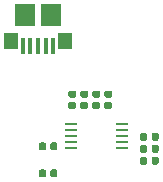
<source format=gtp>
G04 #@! TF.GenerationSoftware,KiCad,Pcbnew,5.0.2-bee76a0~70~ubuntu16.04.1*
G04 #@! TF.CreationDate,2018-12-16T16:52:19+05:30*
G04 #@! TF.ProjectId,voltage_6V,766f6c74-6167-4655-9f36-562e6b696361,rev?*
G04 #@! TF.SameCoordinates,Original*
G04 #@! TF.FileFunction,Paste,Top*
G04 #@! TF.FilePolarity,Positive*
%FSLAX46Y46*%
G04 Gerber Fmt 4.6, Leading zero omitted, Abs format (unit mm)*
G04 Created by KiCad (PCBNEW 5.0.2-bee76a0~70~ubuntu16.04.1) date Sun Dec 16 16:52:19 2018*
%MOMM*%
%LPD*%
G01*
G04 APERTURE LIST*
%ADD10C,0.100000*%
%ADD11C,0.590000*%
%ADD12R,1.100000X0.250000*%
%ADD13R,1.750000X1.900000*%
%ADD14R,0.400000X1.400000*%
%ADD15R,1.150000X1.450000*%
G04 APERTURE END LIST*
D10*
G04 #@! TO.C,R2*
G36*
X154176958Y-98480710D02*
X154191276Y-98482834D01*
X154205317Y-98486351D01*
X154218946Y-98491228D01*
X154232031Y-98497417D01*
X154244447Y-98504858D01*
X154256073Y-98513481D01*
X154266798Y-98523202D01*
X154276519Y-98533927D01*
X154285142Y-98545553D01*
X154292583Y-98557969D01*
X154298772Y-98571054D01*
X154303649Y-98584683D01*
X154307166Y-98598724D01*
X154309290Y-98613042D01*
X154310000Y-98627500D01*
X154310000Y-98972500D01*
X154309290Y-98986958D01*
X154307166Y-99001276D01*
X154303649Y-99015317D01*
X154298772Y-99028946D01*
X154292583Y-99042031D01*
X154285142Y-99054447D01*
X154276519Y-99066073D01*
X154266798Y-99076798D01*
X154256073Y-99086519D01*
X154244447Y-99095142D01*
X154232031Y-99102583D01*
X154218946Y-99108772D01*
X154205317Y-99113649D01*
X154191276Y-99117166D01*
X154176958Y-99119290D01*
X154162500Y-99120000D01*
X153867500Y-99120000D01*
X153853042Y-99119290D01*
X153838724Y-99117166D01*
X153824683Y-99113649D01*
X153811054Y-99108772D01*
X153797969Y-99102583D01*
X153785553Y-99095142D01*
X153773927Y-99086519D01*
X153763202Y-99076798D01*
X153753481Y-99066073D01*
X153744858Y-99054447D01*
X153737417Y-99042031D01*
X153731228Y-99028946D01*
X153726351Y-99015317D01*
X153722834Y-99001276D01*
X153720710Y-98986958D01*
X153720000Y-98972500D01*
X153720000Y-98627500D01*
X153720710Y-98613042D01*
X153722834Y-98598724D01*
X153726351Y-98584683D01*
X153731228Y-98571054D01*
X153737417Y-98557969D01*
X153744858Y-98545553D01*
X153753481Y-98533927D01*
X153763202Y-98523202D01*
X153773927Y-98513481D01*
X153785553Y-98504858D01*
X153797969Y-98497417D01*
X153811054Y-98491228D01*
X153824683Y-98486351D01*
X153838724Y-98482834D01*
X153853042Y-98480710D01*
X153867500Y-98480000D01*
X154162500Y-98480000D01*
X154176958Y-98480710D01*
X154176958Y-98480710D01*
G37*
D11*
X154015000Y-98800000D03*
D10*
G36*
X155146958Y-98480710D02*
X155161276Y-98482834D01*
X155175317Y-98486351D01*
X155188946Y-98491228D01*
X155202031Y-98497417D01*
X155214447Y-98504858D01*
X155226073Y-98513481D01*
X155236798Y-98523202D01*
X155246519Y-98533927D01*
X155255142Y-98545553D01*
X155262583Y-98557969D01*
X155268772Y-98571054D01*
X155273649Y-98584683D01*
X155277166Y-98598724D01*
X155279290Y-98613042D01*
X155280000Y-98627500D01*
X155280000Y-98972500D01*
X155279290Y-98986958D01*
X155277166Y-99001276D01*
X155273649Y-99015317D01*
X155268772Y-99028946D01*
X155262583Y-99042031D01*
X155255142Y-99054447D01*
X155246519Y-99066073D01*
X155236798Y-99076798D01*
X155226073Y-99086519D01*
X155214447Y-99095142D01*
X155202031Y-99102583D01*
X155188946Y-99108772D01*
X155175317Y-99113649D01*
X155161276Y-99117166D01*
X155146958Y-99119290D01*
X155132500Y-99120000D01*
X154837500Y-99120000D01*
X154823042Y-99119290D01*
X154808724Y-99117166D01*
X154794683Y-99113649D01*
X154781054Y-99108772D01*
X154767969Y-99102583D01*
X154755553Y-99095142D01*
X154743927Y-99086519D01*
X154733202Y-99076798D01*
X154723481Y-99066073D01*
X154714858Y-99054447D01*
X154707417Y-99042031D01*
X154701228Y-99028946D01*
X154696351Y-99015317D01*
X154692834Y-99001276D01*
X154690710Y-98986958D01*
X154690000Y-98972500D01*
X154690000Y-98627500D01*
X154690710Y-98613042D01*
X154692834Y-98598724D01*
X154696351Y-98584683D01*
X154701228Y-98571054D01*
X154707417Y-98557969D01*
X154714858Y-98545553D01*
X154723481Y-98533927D01*
X154733202Y-98523202D01*
X154743927Y-98513481D01*
X154755553Y-98504858D01*
X154767969Y-98497417D01*
X154781054Y-98491228D01*
X154794683Y-98486351D01*
X154808724Y-98482834D01*
X154823042Y-98480710D01*
X154837500Y-98480000D01*
X155132500Y-98480000D01*
X155146958Y-98480710D01*
X155146958Y-98480710D01*
G37*
D11*
X154985000Y-98800000D03*
G04 #@! TD*
D10*
G04 #@! TO.C,R6*
G36*
X154176958Y-96455845D02*
X154191276Y-96457969D01*
X154205317Y-96461486D01*
X154218946Y-96466363D01*
X154232031Y-96472552D01*
X154244447Y-96479993D01*
X154256073Y-96488616D01*
X154266798Y-96498337D01*
X154276519Y-96509062D01*
X154285142Y-96520688D01*
X154292583Y-96533104D01*
X154298772Y-96546189D01*
X154303649Y-96559818D01*
X154307166Y-96573859D01*
X154309290Y-96588177D01*
X154310000Y-96602635D01*
X154310000Y-96947635D01*
X154309290Y-96962093D01*
X154307166Y-96976411D01*
X154303649Y-96990452D01*
X154298772Y-97004081D01*
X154292583Y-97017166D01*
X154285142Y-97029582D01*
X154276519Y-97041208D01*
X154266798Y-97051933D01*
X154256073Y-97061654D01*
X154244447Y-97070277D01*
X154232031Y-97077718D01*
X154218946Y-97083907D01*
X154205317Y-97088784D01*
X154191276Y-97092301D01*
X154176958Y-97094425D01*
X154162500Y-97095135D01*
X153867500Y-97095135D01*
X153853042Y-97094425D01*
X153838724Y-97092301D01*
X153824683Y-97088784D01*
X153811054Y-97083907D01*
X153797969Y-97077718D01*
X153785553Y-97070277D01*
X153773927Y-97061654D01*
X153763202Y-97051933D01*
X153753481Y-97041208D01*
X153744858Y-97029582D01*
X153737417Y-97017166D01*
X153731228Y-97004081D01*
X153726351Y-96990452D01*
X153722834Y-96976411D01*
X153720710Y-96962093D01*
X153720000Y-96947635D01*
X153720000Y-96602635D01*
X153720710Y-96588177D01*
X153722834Y-96573859D01*
X153726351Y-96559818D01*
X153731228Y-96546189D01*
X153737417Y-96533104D01*
X153744858Y-96520688D01*
X153753481Y-96509062D01*
X153763202Y-96498337D01*
X153773927Y-96488616D01*
X153785553Y-96479993D01*
X153797969Y-96472552D01*
X153811054Y-96466363D01*
X153824683Y-96461486D01*
X153838724Y-96457969D01*
X153853042Y-96455845D01*
X153867500Y-96455135D01*
X154162500Y-96455135D01*
X154176958Y-96455845D01*
X154176958Y-96455845D01*
G37*
D11*
X154015000Y-96775135D03*
D10*
G36*
X155146958Y-96455845D02*
X155161276Y-96457969D01*
X155175317Y-96461486D01*
X155188946Y-96466363D01*
X155202031Y-96472552D01*
X155214447Y-96479993D01*
X155226073Y-96488616D01*
X155236798Y-96498337D01*
X155246519Y-96509062D01*
X155255142Y-96520688D01*
X155262583Y-96533104D01*
X155268772Y-96546189D01*
X155273649Y-96559818D01*
X155277166Y-96573859D01*
X155279290Y-96588177D01*
X155280000Y-96602635D01*
X155280000Y-96947635D01*
X155279290Y-96962093D01*
X155277166Y-96976411D01*
X155273649Y-96990452D01*
X155268772Y-97004081D01*
X155262583Y-97017166D01*
X155255142Y-97029582D01*
X155246519Y-97041208D01*
X155236798Y-97051933D01*
X155226073Y-97061654D01*
X155214447Y-97070277D01*
X155202031Y-97077718D01*
X155188946Y-97083907D01*
X155175317Y-97088784D01*
X155161276Y-97092301D01*
X155146958Y-97094425D01*
X155132500Y-97095135D01*
X154837500Y-97095135D01*
X154823042Y-97094425D01*
X154808724Y-97092301D01*
X154794683Y-97088784D01*
X154781054Y-97083907D01*
X154767969Y-97077718D01*
X154755553Y-97070277D01*
X154743927Y-97061654D01*
X154733202Y-97051933D01*
X154723481Y-97041208D01*
X154714858Y-97029582D01*
X154707417Y-97017166D01*
X154701228Y-97004081D01*
X154696351Y-96990452D01*
X154692834Y-96976411D01*
X154690710Y-96962093D01*
X154690000Y-96947635D01*
X154690000Y-96602635D01*
X154690710Y-96588177D01*
X154692834Y-96573859D01*
X154696351Y-96559818D01*
X154701228Y-96546189D01*
X154707417Y-96533104D01*
X154714858Y-96520688D01*
X154723481Y-96509062D01*
X154733202Y-96498337D01*
X154743927Y-96488616D01*
X154755553Y-96479993D01*
X154767969Y-96472552D01*
X154781054Y-96466363D01*
X154794683Y-96461486D01*
X154808724Y-96457969D01*
X154823042Y-96455845D01*
X154837500Y-96455135D01*
X155132500Y-96455135D01*
X155146958Y-96455845D01*
X155146958Y-96455845D01*
G37*
D11*
X154985000Y-96775135D03*
G04 #@! TD*
D10*
G04 #@! TO.C,R5*
G36*
X154176958Y-97471845D02*
X154191276Y-97473969D01*
X154205317Y-97477486D01*
X154218946Y-97482363D01*
X154232031Y-97488552D01*
X154244447Y-97495993D01*
X154256073Y-97504616D01*
X154266798Y-97514337D01*
X154276519Y-97525062D01*
X154285142Y-97536688D01*
X154292583Y-97549104D01*
X154298772Y-97562189D01*
X154303649Y-97575818D01*
X154307166Y-97589859D01*
X154309290Y-97604177D01*
X154310000Y-97618635D01*
X154310000Y-97963635D01*
X154309290Y-97978093D01*
X154307166Y-97992411D01*
X154303649Y-98006452D01*
X154298772Y-98020081D01*
X154292583Y-98033166D01*
X154285142Y-98045582D01*
X154276519Y-98057208D01*
X154266798Y-98067933D01*
X154256073Y-98077654D01*
X154244447Y-98086277D01*
X154232031Y-98093718D01*
X154218946Y-98099907D01*
X154205317Y-98104784D01*
X154191276Y-98108301D01*
X154176958Y-98110425D01*
X154162500Y-98111135D01*
X153867500Y-98111135D01*
X153853042Y-98110425D01*
X153838724Y-98108301D01*
X153824683Y-98104784D01*
X153811054Y-98099907D01*
X153797969Y-98093718D01*
X153785553Y-98086277D01*
X153773927Y-98077654D01*
X153763202Y-98067933D01*
X153753481Y-98057208D01*
X153744858Y-98045582D01*
X153737417Y-98033166D01*
X153731228Y-98020081D01*
X153726351Y-98006452D01*
X153722834Y-97992411D01*
X153720710Y-97978093D01*
X153720000Y-97963635D01*
X153720000Y-97618635D01*
X153720710Y-97604177D01*
X153722834Y-97589859D01*
X153726351Y-97575818D01*
X153731228Y-97562189D01*
X153737417Y-97549104D01*
X153744858Y-97536688D01*
X153753481Y-97525062D01*
X153763202Y-97514337D01*
X153773927Y-97504616D01*
X153785553Y-97495993D01*
X153797969Y-97488552D01*
X153811054Y-97482363D01*
X153824683Y-97477486D01*
X153838724Y-97473969D01*
X153853042Y-97471845D01*
X153867500Y-97471135D01*
X154162500Y-97471135D01*
X154176958Y-97471845D01*
X154176958Y-97471845D01*
G37*
D11*
X154015000Y-97791135D03*
D10*
G36*
X155146958Y-97471845D02*
X155161276Y-97473969D01*
X155175317Y-97477486D01*
X155188946Y-97482363D01*
X155202031Y-97488552D01*
X155214447Y-97495993D01*
X155226073Y-97504616D01*
X155236798Y-97514337D01*
X155246519Y-97525062D01*
X155255142Y-97536688D01*
X155262583Y-97549104D01*
X155268772Y-97562189D01*
X155273649Y-97575818D01*
X155277166Y-97589859D01*
X155279290Y-97604177D01*
X155280000Y-97618635D01*
X155280000Y-97963635D01*
X155279290Y-97978093D01*
X155277166Y-97992411D01*
X155273649Y-98006452D01*
X155268772Y-98020081D01*
X155262583Y-98033166D01*
X155255142Y-98045582D01*
X155246519Y-98057208D01*
X155236798Y-98067933D01*
X155226073Y-98077654D01*
X155214447Y-98086277D01*
X155202031Y-98093718D01*
X155188946Y-98099907D01*
X155175317Y-98104784D01*
X155161276Y-98108301D01*
X155146958Y-98110425D01*
X155132500Y-98111135D01*
X154837500Y-98111135D01*
X154823042Y-98110425D01*
X154808724Y-98108301D01*
X154794683Y-98104784D01*
X154781054Y-98099907D01*
X154767969Y-98093718D01*
X154755553Y-98086277D01*
X154743927Y-98077654D01*
X154733202Y-98067933D01*
X154723481Y-98057208D01*
X154714858Y-98045582D01*
X154707417Y-98033166D01*
X154701228Y-98020081D01*
X154696351Y-98006452D01*
X154692834Y-97992411D01*
X154690710Y-97978093D01*
X154690000Y-97963635D01*
X154690000Y-97618635D01*
X154690710Y-97604177D01*
X154692834Y-97589859D01*
X154696351Y-97575818D01*
X154701228Y-97562189D01*
X154707417Y-97549104D01*
X154714858Y-97536688D01*
X154723481Y-97525062D01*
X154733202Y-97514337D01*
X154743927Y-97504616D01*
X154755553Y-97495993D01*
X154767969Y-97488552D01*
X154781054Y-97482363D01*
X154794683Y-97477486D01*
X154808724Y-97473969D01*
X154823042Y-97471845D01*
X154837500Y-97471135D01*
X155132500Y-97471135D01*
X155146958Y-97471845D01*
X155146958Y-97471845D01*
G37*
D11*
X154985000Y-97791135D03*
G04 #@! TD*
D12*
G04 #@! TO.C,U1*
X147851000Y-97684000D03*
X147851000Y-97184000D03*
X147851000Y-96684000D03*
X147851000Y-96184000D03*
X147851000Y-95684000D03*
X152151000Y-95684000D03*
X152151000Y-96184000D03*
X152151000Y-96684000D03*
X152151000Y-97184000D03*
X152151000Y-97684000D03*
G04 #@! TD*
D10*
G04 #@! TO.C,R1*
G36*
X151203958Y-93826710D02*
X151218276Y-93828834D01*
X151232317Y-93832351D01*
X151245946Y-93837228D01*
X151259031Y-93843417D01*
X151271447Y-93850858D01*
X151283073Y-93859481D01*
X151293798Y-93869202D01*
X151303519Y-93879927D01*
X151312142Y-93891553D01*
X151319583Y-93903969D01*
X151325772Y-93917054D01*
X151330649Y-93930683D01*
X151334166Y-93944724D01*
X151336290Y-93959042D01*
X151337000Y-93973500D01*
X151337000Y-94268500D01*
X151336290Y-94282958D01*
X151334166Y-94297276D01*
X151330649Y-94311317D01*
X151325772Y-94324946D01*
X151319583Y-94338031D01*
X151312142Y-94350447D01*
X151303519Y-94362073D01*
X151293798Y-94372798D01*
X151283073Y-94382519D01*
X151271447Y-94391142D01*
X151259031Y-94398583D01*
X151245946Y-94404772D01*
X151232317Y-94409649D01*
X151218276Y-94413166D01*
X151203958Y-94415290D01*
X151189500Y-94416000D01*
X150844500Y-94416000D01*
X150830042Y-94415290D01*
X150815724Y-94413166D01*
X150801683Y-94409649D01*
X150788054Y-94404772D01*
X150774969Y-94398583D01*
X150762553Y-94391142D01*
X150750927Y-94382519D01*
X150740202Y-94372798D01*
X150730481Y-94362073D01*
X150721858Y-94350447D01*
X150714417Y-94338031D01*
X150708228Y-94324946D01*
X150703351Y-94311317D01*
X150699834Y-94297276D01*
X150697710Y-94282958D01*
X150697000Y-94268500D01*
X150697000Y-93973500D01*
X150697710Y-93959042D01*
X150699834Y-93944724D01*
X150703351Y-93930683D01*
X150708228Y-93917054D01*
X150714417Y-93903969D01*
X150721858Y-93891553D01*
X150730481Y-93879927D01*
X150740202Y-93869202D01*
X150750927Y-93859481D01*
X150762553Y-93850858D01*
X150774969Y-93843417D01*
X150788054Y-93837228D01*
X150801683Y-93832351D01*
X150815724Y-93828834D01*
X150830042Y-93826710D01*
X150844500Y-93826000D01*
X151189500Y-93826000D01*
X151203958Y-93826710D01*
X151203958Y-93826710D01*
G37*
D11*
X151017000Y-94121000D03*
D10*
G36*
X151203958Y-92856710D02*
X151218276Y-92858834D01*
X151232317Y-92862351D01*
X151245946Y-92867228D01*
X151259031Y-92873417D01*
X151271447Y-92880858D01*
X151283073Y-92889481D01*
X151293798Y-92899202D01*
X151303519Y-92909927D01*
X151312142Y-92921553D01*
X151319583Y-92933969D01*
X151325772Y-92947054D01*
X151330649Y-92960683D01*
X151334166Y-92974724D01*
X151336290Y-92989042D01*
X151337000Y-93003500D01*
X151337000Y-93298500D01*
X151336290Y-93312958D01*
X151334166Y-93327276D01*
X151330649Y-93341317D01*
X151325772Y-93354946D01*
X151319583Y-93368031D01*
X151312142Y-93380447D01*
X151303519Y-93392073D01*
X151293798Y-93402798D01*
X151283073Y-93412519D01*
X151271447Y-93421142D01*
X151259031Y-93428583D01*
X151245946Y-93434772D01*
X151232317Y-93439649D01*
X151218276Y-93443166D01*
X151203958Y-93445290D01*
X151189500Y-93446000D01*
X150844500Y-93446000D01*
X150830042Y-93445290D01*
X150815724Y-93443166D01*
X150801683Y-93439649D01*
X150788054Y-93434772D01*
X150774969Y-93428583D01*
X150762553Y-93421142D01*
X150750927Y-93412519D01*
X150740202Y-93402798D01*
X150730481Y-93392073D01*
X150721858Y-93380447D01*
X150714417Y-93368031D01*
X150708228Y-93354946D01*
X150703351Y-93341317D01*
X150699834Y-93327276D01*
X150697710Y-93312958D01*
X150697000Y-93298500D01*
X150697000Y-93003500D01*
X150697710Y-92989042D01*
X150699834Y-92974724D01*
X150703351Y-92960683D01*
X150708228Y-92947054D01*
X150714417Y-92933969D01*
X150721858Y-92921553D01*
X150730481Y-92909927D01*
X150740202Y-92899202D01*
X150750927Y-92889481D01*
X150762553Y-92880858D01*
X150774969Y-92873417D01*
X150788054Y-92867228D01*
X150801683Y-92862351D01*
X150815724Y-92858834D01*
X150830042Y-92856710D01*
X150844500Y-92856000D01*
X151189500Y-92856000D01*
X151203958Y-92856710D01*
X151203958Y-92856710D01*
G37*
D11*
X151017000Y-93151000D03*
G04 #@! TD*
D10*
G04 #@! TO.C,R3*
G36*
X150187958Y-92856710D02*
X150202276Y-92858834D01*
X150216317Y-92862351D01*
X150229946Y-92867228D01*
X150243031Y-92873417D01*
X150255447Y-92880858D01*
X150267073Y-92889481D01*
X150277798Y-92899202D01*
X150287519Y-92909927D01*
X150296142Y-92921553D01*
X150303583Y-92933969D01*
X150309772Y-92947054D01*
X150314649Y-92960683D01*
X150318166Y-92974724D01*
X150320290Y-92989042D01*
X150321000Y-93003500D01*
X150321000Y-93298500D01*
X150320290Y-93312958D01*
X150318166Y-93327276D01*
X150314649Y-93341317D01*
X150309772Y-93354946D01*
X150303583Y-93368031D01*
X150296142Y-93380447D01*
X150287519Y-93392073D01*
X150277798Y-93402798D01*
X150267073Y-93412519D01*
X150255447Y-93421142D01*
X150243031Y-93428583D01*
X150229946Y-93434772D01*
X150216317Y-93439649D01*
X150202276Y-93443166D01*
X150187958Y-93445290D01*
X150173500Y-93446000D01*
X149828500Y-93446000D01*
X149814042Y-93445290D01*
X149799724Y-93443166D01*
X149785683Y-93439649D01*
X149772054Y-93434772D01*
X149758969Y-93428583D01*
X149746553Y-93421142D01*
X149734927Y-93412519D01*
X149724202Y-93402798D01*
X149714481Y-93392073D01*
X149705858Y-93380447D01*
X149698417Y-93368031D01*
X149692228Y-93354946D01*
X149687351Y-93341317D01*
X149683834Y-93327276D01*
X149681710Y-93312958D01*
X149681000Y-93298500D01*
X149681000Y-93003500D01*
X149681710Y-92989042D01*
X149683834Y-92974724D01*
X149687351Y-92960683D01*
X149692228Y-92947054D01*
X149698417Y-92933969D01*
X149705858Y-92921553D01*
X149714481Y-92909927D01*
X149724202Y-92899202D01*
X149734927Y-92889481D01*
X149746553Y-92880858D01*
X149758969Y-92873417D01*
X149772054Y-92867228D01*
X149785683Y-92862351D01*
X149799724Y-92858834D01*
X149814042Y-92856710D01*
X149828500Y-92856000D01*
X150173500Y-92856000D01*
X150187958Y-92856710D01*
X150187958Y-92856710D01*
G37*
D11*
X150001000Y-93151000D03*
D10*
G36*
X150187958Y-93826710D02*
X150202276Y-93828834D01*
X150216317Y-93832351D01*
X150229946Y-93837228D01*
X150243031Y-93843417D01*
X150255447Y-93850858D01*
X150267073Y-93859481D01*
X150277798Y-93869202D01*
X150287519Y-93879927D01*
X150296142Y-93891553D01*
X150303583Y-93903969D01*
X150309772Y-93917054D01*
X150314649Y-93930683D01*
X150318166Y-93944724D01*
X150320290Y-93959042D01*
X150321000Y-93973500D01*
X150321000Y-94268500D01*
X150320290Y-94282958D01*
X150318166Y-94297276D01*
X150314649Y-94311317D01*
X150309772Y-94324946D01*
X150303583Y-94338031D01*
X150296142Y-94350447D01*
X150287519Y-94362073D01*
X150277798Y-94372798D01*
X150267073Y-94382519D01*
X150255447Y-94391142D01*
X150243031Y-94398583D01*
X150229946Y-94404772D01*
X150216317Y-94409649D01*
X150202276Y-94413166D01*
X150187958Y-94415290D01*
X150173500Y-94416000D01*
X149828500Y-94416000D01*
X149814042Y-94415290D01*
X149799724Y-94413166D01*
X149785683Y-94409649D01*
X149772054Y-94404772D01*
X149758969Y-94398583D01*
X149746553Y-94391142D01*
X149734927Y-94382519D01*
X149724202Y-94372798D01*
X149714481Y-94362073D01*
X149705858Y-94350447D01*
X149698417Y-94338031D01*
X149692228Y-94324946D01*
X149687351Y-94311317D01*
X149683834Y-94297276D01*
X149681710Y-94282958D01*
X149681000Y-94268500D01*
X149681000Y-93973500D01*
X149681710Y-93959042D01*
X149683834Y-93944724D01*
X149687351Y-93930683D01*
X149692228Y-93917054D01*
X149698417Y-93903969D01*
X149705858Y-93891553D01*
X149714481Y-93879927D01*
X149724202Y-93869202D01*
X149734927Y-93859481D01*
X149746553Y-93850858D01*
X149758969Y-93843417D01*
X149772054Y-93837228D01*
X149785683Y-93832351D01*
X149799724Y-93828834D01*
X149814042Y-93826710D01*
X149828500Y-93826000D01*
X150173500Y-93826000D01*
X150187958Y-93826710D01*
X150187958Y-93826710D01*
G37*
D11*
X150001000Y-94121000D03*
G04 #@! TD*
D10*
G04 #@! TO.C,R4*
G36*
X149171958Y-92856710D02*
X149186276Y-92858834D01*
X149200317Y-92862351D01*
X149213946Y-92867228D01*
X149227031Y-92873417D01*
X149239447Y-92880858D01*
X149251073Y-92889481D01*
X149261798Y-92899202D01*
X149271519Y-92909927D01*
X149280142Y-92921553D01*
X149287583Y-92933969D01*
X149293772Y-92947054D01*
X149298649Y-92960683D01*
X149302166Y-92974724D01*
X149304290Y-92989042D01*
X149305000Y-93003500D01*
X149305000Y-93298500D01*
X149304290Y-93312958D01*
X149302166Y-93327276D01*
X149298649Y-93341317D01*
X149293772Y-93354946D01*
X149287583Y-93368031D01*
X149280142Y-93380447D01*
X149271519Y-93392073D01*
X149261798Y-93402798D01*
X149251073Y-93412519D01*
X149239447Y-93421142D01*
X149227031Y-93428583D01*
X149213946Y-93434772D01*
X149200317Y-93439649D01*
X149186276Y-93443166D01*
X149171958Y-93445290D01*
X149157500Y-93446000D01*
X148812500Y-93446000D01*
X148798042Y-93445290D01*
X148783724Y-93443166D01*
X148769683Y-93439649D01*
X148756054Y-93434772D01*
X148742969Y-93428583D01*
X148730553Y-93421142D01*
X148718927Y-93412519D01*
X148708202Y-93402798D01*
X148698481Y-93392073D01*
X148689858Y-93380447D01*
X148682417Y-93368031D01*
X148676228Y-93354946D01*
X148671351Y-93341317D01*
X148667834Y-93327276D01*
X148665710Y-93312958D01*
X148665000Y-93298500D01*
X148665000Y-93003500D01*
X148665710Y-92989042D01*
X148667834Y-92974724D01*
X148671351Y-92960683D01*
X148676228Y-92947054D01*
X148682417Y-92933969D01*
X148689858Y-92921553D01*
X148698481Y-92909927D01*
X148708202Y-92899202D01*
X148718927Y-92889481D01*
X148730553Y-92880858D01*
X148742969Y-92873417D01*
X148756054Y-92867228D01*
X148769683Y-92862351D01*
X148783724Y-92858834D01*
X148798042Y-92856710D01*
X148812500Y-92856000D01*
X149157500Y-92856000D01*
X149171958Y-92856710D01*
X149171958Y-92856710D01*
G37*
D11*
X148985000Y-93151000D03*
D10*
G36*
X149171958Y-93826710D02*
X149186276Y-93828834D01*
X149200317Y-93832351D01*
X149213946Y-93837228D01*
X149227031Y-93843417D01*
X149239447Y-93850858D01*
X149251073Y-93859481D01*
X149261798Y-93869202D01*
X149271519Y-93879927D01*
X149280142Y-93891553D01*
X149287583Y-93903969D01*
X149293772Y-93917054D01*
X149298649Y-93930683D01*
X149302166Y-93944724D01*
X149304290Y-93959042D01*
X149305000Y-93973500D01*
X149305000Y-94268500D01*
X149304290Y-94282958D01*
X149302166Y-94297276D01*
X149298649Y-94311317D01*
X149293772Y-94324946D01*
X149287583Y-94338031D01*
X149280142Y-94350447D01*
X149271519Y-94362073D01*
X149261798Y-94372798D01*
X149251073Y-94382519D01*
X149239447Y-94391142D01*
X149227031Y-94398583D01*
X149213946Y-94404772D01*
X149200317Y-94409649D01*
X149186276Y-94413166D01*
X149171958Y-94415290D01*
X149157500Y-94416000D01*
X148812500Y-94416000D01*
X148798042Y-94415290D01*
X148783724Y-94413166D01*
X148769683Y-94409649D01*
X148756054Y-94404772D01*
X148742969Y-94398583D01*
X148730553Y-94391142D01*
X148718927Y-94382519D01*
X148708202Y-94372798D01*
X148698481Y-94362073D01*
X148689858Y-94350447D01*
X148682417Y-94338031D01*
X148676228Y-94324946D01*
X148671351Y-94311317D01*
X148667834Y-94297276D01*
X148665710Y-94282958D01*
X148665000Y-94268500D01*
X148665000Y-93973500D01*
X148665710Y-93959042D01*
X148667834Y-93944724D01*
X148671351Y-93930683D01*
X148676228Y-93917054D01*
X148682417Y-93903969D01*
X148689858Y-93891553D01*
X148698481Y-93879927D01*
X148708202Y-93869202D01*
X148718927Y-93859481D01*
X148730553Y-93850858D01*
X148742969Y-93843417D01*
X148756054Y-93837228D01*
X148769683Y-93832351D01*
X148783724Y-93828834D01*
X148798042Y-93826710D01*
X148812500Y-93826000D01*
X149157500Y-93826000D01*
X149171958Y-93826710D01*
X149171958Y-93826710D01*
G37*
D11*
X148985000Y-94121000D03*
G04 #@! TD*
D10*
G04 #@! TO.C,C1*
G36*
X148155958Y-92856710D02*
X148170276Y-92858834D01*
X148184317Y-92862351D01*
X148197946Y-92867228D01*
X148211031Y-92873417D01*
X148223447Y-92880858D01*
X148235073Y-92889481D01*
X148245798Y-92899202D01*
X148255519Y-92909927D01*
X148264142Y-92921553D01*
X148271583Y-92933969D01*
X148277772Y-92947054D01*
X148282649Y-92960683D01*
X148286166Y-92974724D01*
X148288290Y-92989042D01*
X148289000Y-93003500D01*
X148289000Y-93298500D01*
X148288290Y-93312958D01*
X148286166Y-93327276D01*
X148282649Y-93341317D01*
X148277772Y-93354946D01*
X148271583Y-93368031D01*
X148264142Y-93380447D01*
X148255519Y-93392073D01*
X148245798Y-93402798D01*
X148235073Y-93412519D01*
X148223447Y-93421142D01*
X148211031Y-93428583D01*
X148197946Y-93434772D01*
X148184317Y-93439649D01*
X148170276Y-93443166D01*
X148155958Y-93445290D01*
X148141500Y-93446000D01*
X147796500Y-93446000D01*
X147782042Y-93445290D01*
X147767724Y-93443166D01*
X147753683Y-93439649D01*
X147740054Y-93434772D01*
X147726969Y-93428583D01*
X147714553Y-93421142D01*
X147702927Y-93412519D01*
X147692202Y-93402798D01*
X147682481Y-93392073D01*
X147673858Y-93380447D01*
X147666417Y-93368031D01*
X147660228Y-93354946D01*
X147655351Y-93341317D01*
X147651834Y-93327276D01*
X147649710Y-93312958D01*
X147649000Y-93298500D01*
X147649000Y-93003500D01*
X147649710Y-92989042D01*
X147651834Y-92974724D01*
X147655351Y-92960683D01*
X147660228Y-92947054D01*
X147666417Y-92933969D01*
X147673858Y-92921553D01*
X147682481Y-92909927D01*
X147692202Y-92899202D01*
X147702927Y-92889481D01*
X147714553Y-92880858D01*
X147726969Y-92873417D01*
X147740054Y-92867228D01*
X147753683Y-92862351D01*
X147767724Y-92858834D01*
X147782042Y-92856710D01*
X147796500Y-92856000D01*
X148141500Y-92856000D01*
X148155958Y-92856710D01*
X148155958Y-92856710D01*
G37*
D11*
X147969000Y-93151000D03*
D10*
G36*
X148155958Y-93826710D02*
X148170276Y-93828834D01*
X148184317Y-93832351D01*
X148197946Y-93837228D01*
X148211031Y-93843417D01*
X148223447Y-93850858D01*
X148235073Y-93859481D01*
X148245798Y-93869202D01*
X148255519Y-93879927D01*
X148264142Y-93891553D01*
X148271583Y-93903969D01*
X148277772Y-93917054D01*
X148282649Y-93930683D01*
X148286166Y-93944724D01*
X148288290Y-93959042D01*
X148289000Y-93973500D01*
X148289000Y-94268500D01*
X148288290Y-94282958D01*
X148286166Y-94297276D01*
X148282649Y-94311317D01*
X148277772Y-94324946D01*
X148271583Y-94338031D01*
X148264142Y-94350447D01*
X148255519Y-94362073D01*
X148245798Y-94372798D01*
X148235073Y-94382519D01*
X148223447Y-94391142D01*
X148211031Y-94398583D01*
X148197946Y-94404772D01*
X148184317Y-94409649D01*
X148170276Y-94413166D01*
X148155958Y-94415290D01*
X148141500Y-94416000D01*
X147796500Y-94416000D01*
X147782042Y-94415290D01*
X147767724Y-94413166D01*
X147753683Y-94409649D01*
X147740054Y-94404772D01*
X147726969Y-94398583D01*
X147714553Y-94391142D01*
X147702927Y-94382519D01*
X147692202Y-94372798D01*
X147682481Y-94362073D01*
X147673858Y-94350447D01*
X147666417Y-94338031D01*
X147660228Y-94324946D01*
X147655351Y-94311317D01*
X147651834Y-94297276D01*
X147649710Y-94282958D01*
X147649000Y-94268500D01*
X147649000Y-93973500D01*
X147649710Y-93959042D01*
X147651834Y-93944724D01*
X147655351Y-93930683D01*
X147660228Y-93917054D01*
X147666417Y-93903969D01*
X147673858Y-93891553D01*
X147682481Y-93879927D01*
X147692202Y-93869202D01*
X147702927Y-93859481D01*
X147714553Y-93850858D01*
X147726969Y-93843417D01*
X147740054Y-93837228D01*
X147753683Y-93832351D01*
X147767724Y-93828834D01*
X147782042Y-93826710D01*
X147796500Y-93826000D01*
X148141500Y-93826000D01*
X148155958Y-93826710D01*
X148155958Y-93826710D01*
G37*
D11*
X147969000Y-94121000D03*
G04 #@! TD*
D10*
G04 #@! TO.C,R7*
G36*
X146583958Y-97253710D02*
X146598276Y-97255834D01*
X146612317Y-97259351D01*
X146625946Y-97264228D01*
X146639031Y-97270417D01*
X146651447Y-97277858D01*
X146663073Y-97286481D01*
X146673798Y-97296202D01*
X146683519Y-97306927D01*
X146692142Y-97318553D01*
X146699583Y-97330969D01*
X146705772Y-97344054D01*
X146710649Y-97357683D01*
X146714166Y-97371724D01*
X146716290Y-97386042D01*
X146717000Y-97400500D01*
X146717000Y-97745500D01*
X146716290Y-97759958D01*
X146714166Y-97774276D01*
X146710649Y-97788317D01*
X146705772Y-97801946D01*
X146699583Y-97815031D01*
X146692142Y-97827447D01*
X146683519Y-97839073D01*
X146673798Y-97849798D01*
X146663073Y-97859519D01*
X146651447Y-97868142D01*
X146639031Y-97875583D01*
X146625946Y-97881772D01*
X146612317Y-97886649D01*
X146598276Y-97890166D01*
X146583958Y-97892290D01*
X146569500Y-97893000D01*
X146274500Y-97893000D01*
X146260042Y-97892290D01*
X146245724Y-97890166D01*
X146231683Y-97886649D01*
X146218054Y-97881772D01*
X146204969Y-97875583D01*
X146192553Y-97868142D01*
X146180927Y-97859519D01*
X146170202Y-97849798D01*
X146160481Y-97839073D01*
X146151858Y-97827447D01*
X146144417Y-97815031D01*
X146138228Y-97801946D01*
X146133351Y-97788317D01*
X146129834Y-97774276D01*
X146127710Y-97759958D01*
X146127000Y-97745500D01*
X146127000Y-97400500D01*
X146127710Y-97386042D01*
X146129834Y-97371724D01*
X146133351Y-97357683D01*
X146138228Y-97344054D01*
X146144417Y-97330969D01*
X146151858Y-97318553D01*
X146160481Y-97306927D01*
X146170202Y-97296202D01*
X146180927Y-97286481D01*
X146192553Y-97277858D01*
X146204969Y-97270417D01*
X146218054Y-97264228D01*
X146231683Y-97259351D01*
X146245724Y-97255834D01*
X146260042Y-97253710D01*
X146274500Y-97253000D01*
X146569500Y-97253000D01*
X146583958Y-97253710D01*
X146583958Y-97253710D01*
G37*
D11*
X146422000Y-97573000D03*
D10*
G36*
X145613958Y-97253710D02*
X145628276Y-97255834D01*
X145642317Y-97259351D01*
X145655946Y-97264228D01*
X145669031Y-97270417D01*
X145681447Y-97277858D01*
X145693073Y-97286481D01*
X145703798Y-97296202D01*
X145713519Y-97306927D01*
X145722142Y-97318553D01*
X145729583Y-97330969D01*
X145735772Y-97344054D01*
X145740649Y-97357683D01*
X145744166Y-97371724D01*
X145746290Y-97386042D01*
X145747000Y-97400500D01*
X145747000Y-97745500D01*
X145746290Y-97759958D01*
X145744166Y-97774276D01*
X145740649Y-97788317D01*
X145735772Y-97801946D01*
X145729583Y-97815031D01*
X145722142Y-97827447D01*
X145713519Y-97839073D01*
X145703798Y-97849798D01*
X145693073Y-97859519D01*
X145681447Y-97868142D01*
X145669031Y-97875583D01*
X145655946Y-97881772D01*
X145642317Y-97886649D01*
X145628276Y-97890166D01*
X145613958Y-97892290D01*
X145599500Y-97893000D01*
X145304500Y-97893000D01*
X145290042Y-97892290D01*
X145275724Y-97890166D01*
X145261683Y-97886649D01*
X145248054Y-97881772D01*
X145234969Y-97875583D01*
X145222553Y-97868142D01*
X145210927Y-97859519D01*
X145200202Y-97849798D01*
X145190481Y-97839073D01*
X145181858Y-97827447D01*
X145174417Y-97815031D01*
X145168228Y-97801946D01*
X145163351Y-97788317D01*
X145159834Y-97774276D01*
X145157710Y-97759958D01*
X145157000Y-97745500D01*
X145157000Y-97400500D01*
X145157710Y-97386042D01*
X145159834Y-97371724D01*
X145163351Y-97357683D01*
X145168228Y-97344054D01*
X145174417Y-97330969D01*
X145181858Y-97318553D01*
X145190481Y-97306927D01*
X145200202Y-97296202D01*
X145210927Y-97286481D01*
X145222553Y-97277858D01*
X145234969Y-97270417D01*
X145248054Y-97264228D01*
X145261683Y-97259351D01*
X145275724Y-97255834D01*
X145290042Y-97253710D01*
X145304500Y-97253000D01*
X145599500Y-97253000D01*
X145613958Y-97253710D01*
X145613958Y-97253710D01*
G37*
D11*
X145452000Y-97573000D03*
G04 #@! TD*
D10*
G04 #@! TO.C,R8*
G36*
X146583958Y-99539710D02*
X146598276Y-99541834D01*
X146612317Y-99545351D01*
X146625946Y-99550228D01*
X146639031Y-99556417D01*
X146651447Y-99563858D01*
X146663073Y-99572481D01*
X146673798Y-99582202D01*
X146683519Y-99592927D01*
X146692142Y-99604553D01*
X146699583Y-99616969D01*
X146705772Y-99630054D01*
X146710649Y-99643683D01*
X146714166Y-99657724D01*
X146716290Y-99672042D01*
X146717000Y-99686500D01*
X146717000Y-100031500D01*
X146716290Y-100045958D01*
X146714166Y-100060276D01*
X146710649Y-100074317D01*
X146705772Y-100087946D01*
X146699583Y-100101031D01*
X146692142Y-100113447D01*
X146683519Y-100125073D01*
X146673798Y-100135798D01*
X146663073Y-100145519D01*
X146651447Y-100154142D01*
X146639031Y-100161583D01*
X146625946Y-100167772D01*
X146612317Y-100172649D01*
X146598276Y-100176166D01*
X146583958Y-100178290D01*
X146569500Y-100179000D01*
X146274500Y-100179000D01*
X146260042Y-100178290D01*
X146245724Y-100176166D01*
X146231683Y-100172649D01*
X146218054Y-100167772D01*
X146204969Y-100161583D01*
X146192553Y-100154142D01*
X146180927Y-100145519D01*
X146170202Y-100135798D01*
X146160481Y-100125073D01*
X146151858Y-100113447D01*
X146144417Y-100101031D01*
X146138228Y-100087946D01*
X146133351Y-100074317D01*
X146129834Y-100060276D01*
X146127710Y-100045958D01*
X146127000Y-100031500D01*
X146127000Y-99686500D01*
X146127710Y-99672042D01*
X146129834Y-99657724D01*
X146133351Y-99643683D01*
X146138228Y-99630054D01*
X146144417Y-99616969D01*
X146151858Y-99604553D01*
X146160481Y-99592927D01*
X146170202Y-99582202D01*
X146180927Y-99572481D01*
X146192553Y-99563858D01*
X146204969Y-99556417D01*
X146218054Y-99550228D01*
X146231683Y-99545351D01*
X146245724Y-99541834D01*
X146260042Y-99539710D01*
X146274500Y-99539000D01*
X146569500Y-99539000D01*
X146583958Y-99539710D01*
X146583958Y-99539710D01*
G37*
D11*
X146422000Y-99859000D03*
D10*
G36*
X145613958Y-99539710D02*
X145628276Y-99541834D01*
X145642317Y-99545351D01*
X145655946Y-99550228D01*
X145669031Y-99556417D01*
X145681447Y-99563858D01*
X145693073Y-99572481D01*
X145703798Y-99582202D01*
X145713519Y-99592927D01*
X145722142Y-99604553D01*
X145729583Y-99616969D01*
X145735772Y-99630054D01*
X145740649Y-99643683D01*
X145744166Y-99657724D01*
X145746290Y-99672042D01*
X145747000Y-99686500D01*
X145747000Y-100031500D01*
X145746290Y-100045958D01*
X145744166Y-100060276D01*
X145740649Y-100074317D01*
X145735772Y-100087946D01*
X145729583Y-100101031D01*
X145722142Y-100113447D01*
X145713519Y-100125073D01*
X145703798Y-100135798D01*
X145693073Y-100145519D01*
X145681447Y-100154142D01*
X145669031Y-100161583D01*
X145655946Y-100167772D01*
X145642317Y-100172649D01*
X145628276Y-100176166D01*
X145613958Y-100178290D01*
X145599500Y-100179000D01*
X145304500Y-100179000D01*
X145290042Y-100178290D01*
X145275724Y-100176166D01*
X145261683Y-100172649D01*
X145248054Y-100167772D01*
X145234969Y-100161583D01*
X145222553Y-100154142D01*
X145210927Y-100145519D01*
X145200202Y-100135798D01*
X145190481Y-100125073D01*
X145181858Y-100113447D01*
X145174417Y-100101031D01*
X145168228Y-100087946D01*
X145163351Y-100074317D01*
X145159834Y-100060276D01*
X145157710Y-100045958D01*
X145157000Y-100031500D01*
X145157000Y-99686500D01*
X145157710Y-99672042D01*
X145159834Y-99657724D01*
X145163351Y-99643683D01*
X145168228Y-99630054D01*
X145174417Y-99616969D01*
X145181858Y-99604553D01*
X145190481Y-99592927D01*
X145200202Y-99582202D01*
X145210927Y-99572481D01*
X145222553Y-99563858D01*
X145234969Y-99556417D01*
X145248054Y-99550228D01*
X145261683Y-99545351D01*
X145275724Y-99541834D01*
X145290042Y-99539710D01*
X145304500Y-99539000D01*
X145599500Y-99539000D01*
X145613958Y-99539710D01*
X145613958Y-99539710D01*
G37*
D11*
X145452000Y-99859000D03*
G04 #@! TD*
D13*
G04 #@! TO.C,J3*
X143955000Y-86467000D03*
D14*
X145730000Y-89117000D03*
X146380000Y-89117000D03*
X143780000Y-89117000D03*
X144430000Y-89117000D03*
X145080000Y-89117000D03*
D13*
X146205000Y-86467000D03*
D15*
X142760000Y-88697000D03*
X147400000Y-88697000D03*
G04 #@! TD*
M02*

</source>
